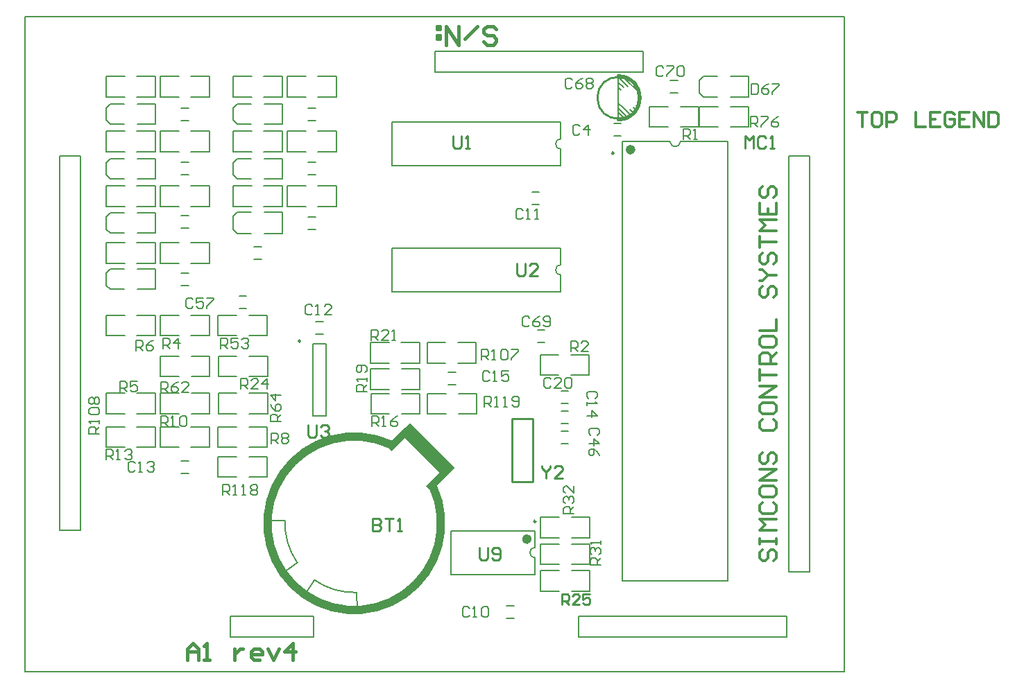
<source format=gto>
G04 Layer_Color=65535*
%FSLAX25Y25*%
%MOIN*%
G70*
G01*
G75*
%ADD19C,0.01800*%
%ADD20C,0.01600*%
%ADD22C,0.00800*%
%ADD23C,0.01200*%
%ADD24C,0.01400*%
%ADD38C,0.00787*%
%ADD39C,0.01500*%
%ADD40C,0.01000*%
%ADD41C,0.02362*%
%ADD42C,0.00984*%
%ADD43C,0.03937*%
G04:AMPARAMS|DCode=44|XSize=34.45mil|YSize=123.03mil|CornerRadius=0mil|HoleSize=0mil|Usage=FLASHONLY|Rotation=135.000|XOffset=0mil|YOffset=0mil|HoleType=Round|Shape=Rectangle|*
%AMROTATEDRECTD44*
4,1,4,0.05568,0.03132,-0.03132,-0.05568,-0.05568,-0.03132,0.03132,0.05568,0.05568,0.03132,0.0*
%
%ADD44ROTATEDRECTD44*%

G04:AMPARAMS|DCode=45|XSize=34.45mil|YSize=123.03mil|CornerRadius=0mil|HoleSize=0mil|Usage=FLASHONLY|Rotation=315.000|XOffset=0mil|YOffset=0mil|HoleType=Round|Shape=Rectangle|*
%AMROTATEDRECTD45*
4,1,4,-0.05568,-0.03132,0.03132,0.05568,0.05568,0.03132,-0.03132,-0.05568,-0.05568,-0.03132,0.0*
%
%ADD45ROTATEDRECTD45*%

G04:AMPARAMS|DCode=46|XSize=68.9mil|YSize=306.1mil|CornerRadius=0mil|HoleSize=0mil|Usage=FLASHONLY|Rotation=45.000|XOffset=0mil|YOffset=0mil|HoleType=Round|Shape=Rectangle|*
%AMROTATEDRECTD46*
4,1,4,0.08387,-0.13258,-0.13258,0.08387,-0.08387,0.13258,0.13258,-0.08387,0.08387,-0.13258,0.0*
%
%ADD46ROTATEDRECTD46*%

D19*
X220302Y303002D02*
X221801Y301503D01*
X224800D01*
X226300Y303002D01*
Y304502D01*
X224800Y306001D01*
X221801D01*
X220302Y307501D01*
Y309000D01*
X221801Y310500D01*
X224800D01*
X226300Y309000D01*
X217303Y310500D02*
X211305Y304502D01*
X208306Y310500D02*
Y301503D01*
X202308Y310500D01*
Y301503D01*
X199309Y304502D02*
X197809D01*
Y306001D01*
X199309D01*
Y304502D01*
Y309000D02*
X197809D01*
Y310500D01*
X199309D01*
Y309000D01*
D20*
X77799Y5799D02*
Y11131D01*
X80465Y13797D01*
X83131Y11131D01*
Y5799D01*
Y9798D01*
X77799D01*
X85797Y5799D02*
X88462D01*
X87129D01*
Y13797D01*
X85797Y12464D01*
X100459Y11131D02*
Y5799D01*
Y8465D01*
X101791Y9798D01*
X103124Y11131D01*
X104457D01*
X112455Y5799D02*
X109789D01*
X108456Y7132D01*
Y9798D01*
X109789Y11131D01*
X112455D01*
X113788Y9798D01*
Y8465D01*
X108456D01*
X116453Y11131D02*
X119119Y5799D01*
X121785Y11131D01*
X128449Y5799D02*
Y13797D01*
X124451Y9798D01*
X129782D01*
D22*
X247689Y48621D02*
X256547D01*
X262453D02*
X271311D01*
X247689Y38779D02*
X256547D01*
X262453D02*
X271311D01*
Y48621D01*
X247689Y38779D02*
Y48621D01*
X287900Y285500D02*
X294400Y279000D01*
X284900Y285500D02*
X287900D01*
X285150Y285750D02*
X289400Y281500D01*
X284900Y283500D02*
X287400Y281000D01*
X293650Y272250D02*
X293900Y272000D01*
X293215Y270185D02*
X293227D01*
X292150Y271250D02*
X293215Y270185D01*
X287400Y271000D02*
X290400Y268000D01*
X287400Y268500D02*
X288900Y267000D01*
X284900Y269000D02*
Y285500D01*
Y269000D02*
X287400Y266500D01*
X284900Y266000D02*
Y269000D01*
Y271000D02*
X287400Y268500D01*
X284900Y273500D02*
X287400Y271000D01*
X290400Y270490D02*
X292143Y268747D01*
X290400Y270490D02*
Y270500D01*
X284900Y281000D02*
X286150Y279750D01*
X231350Y25800D02*
X234850D01*
X231350Y31800D02*
X234850D01*
X282850Y257600D02*
X286350D01*
X282850Y263600D02*
X286350D01*
X109923Y204299D02*
X113423D01*
X109923Y198299D02*
X113423D01*
X243450Y230800D02*
X246950D01*
X243450Y224800D02*
X246950D01*
X139650Y168499D02*
X143150D01*
X139650Y162499D02*
X143150D01*
X74923Y95499D02*
X78423D01*
X74923Y101499D02*
X78423D01*
X257450Y119300D02*
X260950D01*
X257450Y125300D02*
X260950D01*
X203250Y144000D02*
X206750D01*
X203250Y138000D02*
X206750D01*
X257450Y128999D02*
X260950D01*
X257450Y134999D02*
X260950D01*
X257450Y115800D02*
X260950D01*
X257450Y109800D02*
X260950D01*
X102749Y180800D02*
X106249D01*
X102749Y174800D02*
X106249D01*
X246150Y164300D02*
X249650D01*
X246150Y158300D02*
X249650D01*
X310049Y284299D02*
X313549D01*
X310049Y278299D02*
X313549D01*
X74923Y219299D02*
X78423D01*
X74923Y213299D02*
X78423D01*
X74923Y265160D02*
X78423D01*
X74923Y271160D02*
X78423D01*
X135923D02*
X139423D01*
X135923Y265160D02*
X139423D01*
X135923Y212799D02*
X139423D01*
X135923Y218799D02*
X139423D01*
X74923Y244881D02*
X78423D01*
X74923Y238881D02*
X78423D01*
X74923Y185799D02*
X78423D01*
X74923Y191799D02*
X78423D01*
X135923Y244881D02*
X139423D01*
X135923Y238881D02*
X139423D01*
X101831Y263239D02*
X108524D01*
X99862Y265207D02*
X101831Y263239D01*
X99862Y265207D02*
Y271113D01*
X101831Y273081D01*
X108524D01*
X123484Y263239D02*
Y273081D01*
X114823Y263239D02*
X123484D01*
X114823Y273081D02*
X123484D01*
X247689Y74321D02*
X256547D01*
X262453D02*
X271311D01*
X247689Y64479D02*
X256547D01*
X262453D02*
X271311D01*
Y74321D01*
X247689Y64479D02*
Y74321D01*
Y51579D02*
Y61421D01*
X271311Y51579D02*
Y61421D01*
X262453Y51579D02*
X271311D01*
X247689D02*
X256547D01*
X262453Y61421D02*
X271311D01*
X247689D02*
X256547D01*
X107552Y141978D02*
X116410D01*
X92788D02*
X101646D01*
X107552Y151821D02*
X116410D01*
X92788D02*
X101646D01*
X92788Y141978D02*
Y151821D01*
X116410Y141978D02*
Y151821D01*
X247389Y142679D02*
Y152521D01*
X271011Y142679D02*
Y152521D01*
X262153Y142679D02*
X271011D01*
X247389D02*
X256247D01*
X262153Y152521D02*
X271011D01*
X247389D02*
X256247D01*
X314752Y261878D02*
X323610D01*
X299988D02*
X308846D01*
X314752Y271721D02*
X323610D01*
X299988D02*
X308846D01*
X299988Y261878D02*
Y271721D01*
X323610Y261878D02*
Y271721D01*
X64862Y161578D02*
Y171421D01*
X88484Y161578D02*
Y171421D01*
X79626Y161578D02*
X88484D01*
X64862D02*
X73721D01*
X79626Y171421D02*
X88484D01*
X64862D02*
X73721D01*
X64962Y151821D02*
X73821D01*
X79726D02*
X88584D01*
X64962Y141978D02*
X73821D01*
X79726D02*
X88584D01*
Y151821D01*
X64962Y141978D02*
Y151821D01*
X38862Y161578D02*
Y171421D01*
X62484Y161578D02*
Y171421D01*
X53626Y161578D02*
X62484D01*
X38862D02*
X47721D01*
X53626Y171421D02*
X62484D01*
X38862D02*
X47721D01*
X53626Y250099D02*
X62484D01*
X38862D02*
X47721D01*
X53626Y259942D02*
X62484D01*
X38862D02*
X47721D01*
X38862Y250099D02*
Y259942D01*
X62484Y250099D02*
Y259942D01*
X116310Y107878D02*
Y117720D01*
X92688Y107878D02*
Y117720D01*
X101547D01*
X107452D02*
X116310D01*
X92688Y107878D02*
X101547D01*
X107452D02*
X116310D01*
X79626Y276378D02*
X88484D01*
X64862D02*
X73721D01*
X79626Y286220D02*
X88484D01*
X64862D02*
X73721D01*
X64862Y276378D02*
Y286220D01*
X88484Y276378D02*
Y286220D01*
Y107878D02*
Y117720D01*
X64862Y107878D02*
Y117720D01*
X73721D01*
X79626D02*
X88484D01*
X64862Y107878D02*
X73721D01*
X79626D02*
X88484D01*
X140626Y276378D02*
X149484D01*
X125862D02*
X134721D01*
X140626Y286220D02*
X149484D01*
X125862D02*
X134721D01*
X125862Y276378D02*
Y286220D01*
X149484Y276378D02*
Y286220D01*
X88484Y223820D02*
Y233663D01*
X64862Y223820D02*
Y233663D01*
X73721D01*
X79626D02*
X88484D01*
X64862Y223820D02*
X73721D01*
X79626D02*
X88484D01*
X53626Y107878D02*
X62484D01*
X38862D02*
X47721D01*
X53626Y117720D02*
X62484D01*
X38862D02*
X47721D01*
X38862Y107878D02*
Y117720D01*
X62484Y107878D02*
Y117720D01*
Y223820D02*
Y233663D01*
X38862Y223820D02*
Y233663D01*
X47721D01*
X53626D02*
X62484D01*
X38862Y223820D02*
X47721D01*
X53626D02*
X62484D01*
X140626Y250099D02*
X149484D01*
X125862D02*
X134721D01*
X140626Y259942D02*
X149484D01*
X125862D02*
X134721D01*
X125862Y250099D02*
Y259942D01*
X149484Y250099D02*
Y259942D01*
X189711Y123879D02*
Y133721D01*
X166089Y123879D02*
Y133721D01*
X174947D01*
X180853D02*
X189711D01*
X166089Y123879D02*
X174947D01*
X180853D02*
X189711D01*
X140626Y223820D02*
X149484D01*
X125862D02*
X134721D01*
X140626Y233663D02*
X149484D01*
X125862D02*
X134721D01*
X125862Y223820D02*
Y233663D01*
X149484Y223820D02*
Y233663D01*
X88484Y250099D02*
Y259942D01*
X64862Y250099D02*
Y259942D01*
X73721D01*
X79626D02*
X88484D01*
X64862Y250099D02*
X73721D01*
X79626D02*
X88484D01*
X165989Y145571D02*
X174847D01*
X180753D02*
X189611D01*
X165989Y135729D02*
X174847D01*
X180753D02*
X189611D01*
Y145571D01*
X165989Y135729D02*
Y145571D01*
X123484Y250099D02*
Y259942D01*
X99862Y250099D02*
Y259942D01*
X108721D01*
X114626D02*
X123484D01*
X99862Y250099D02*
X108721D01*
X114626D02*
X123484D01*
X180653Y148479D02*
X189511D01*
X165889D02*
X174747D01*
X180653Y158321D02*
X189511D01*
X165889D02*
X174747D01*
X165889Y148479D02*
Y158321D01*
X189511Y148479D02*
Y158321D01*
X88484Y196378D02*
Y206221D01*
X64862Y196378D02*
Y206221D01*
X73721D01*
X79626D02*
X88484D01*
X64862Y196378D02*
X73721D01*
X79626D02*
X88484D01*
X114626Y223820D02*
X123484D01*
X99862D02*
X108721D01*
X114626Y233663D02*
X123484D01*
X99862D02*
X108721D01*
X99862Y223820D02*
Y233663D01*
X123484Y223820D02*
Y233663D01*
X116310Y161578D02*
Y171421D01*
X92688Y161578D02*
Y171421D01*
X101547D01*
X107452D02*
X116310D01*
X92688Y161578D02*
X101547D01*
X107452D02*
X116310D01*
X79726Y124078D02*
X88584D01*
X64962D02*
X73821D01*
X79726Y133921D02*
X88584D01*
X64962D02*
X73821D01*
X64962Y124078D02*
Y133921D01*
X88584Y124078D02*
Y133921D01*
X116410Y124078D02*
Y133921D01*
X92788Y124078D02*
Y133921D01*
X101646D01*
X107552D02*
X116410D01*
X92788Y124078D02*
X101646D01*
X107552D02*
X116410D01*
X338752Y261878D02*
X347610D01*
X323988D02*
X332846D01*
X338752Y271721D02*
X347610D01*
X323988D02*
X332846D01*
X323988Y261878D02*
Y271721D01*
X347610Y261878D02*
Y271721D01*
X193089Y148479D02*
Y158321D01*
X216711Y148479D02*
Y158321D01*
X207853Y148479D02*
X216711D01*
X193089D02*
X201947D01*
X207853Y158321D02*
X216711D01*
X193089D02*
X201947D01*
X53626Y124078D02*
X62484D01*
X38862D02*
X47721D01*
X53626Y133921D02*
X62484D01*
X38862D02*
X47721D01*
X38862Y124078D02*
Y133921D01*
X62484Y124078D02*
Y133921D01*
X92688Y93578D02*
Y103420D01*
X116310Y93578D02*
Y103420D01*
X107452Y93578D02*
X116310D01*
X92688D02*
X101547D01*
X107452Y103420D02*
X116310D01*
X92688D02*
X101547D01*
X208053Y123879D02*
X216911D01*
X193289D02*
X202147D01*
X208053Y133721D02*
X216911D01*
X193289D02*
X202147D01*
X193289Y123879D02*
Y133721D01*
X216911Y123879D02*
Y133721D01*
X38862Y196378D02*
Y206221D01*
X62484Y196378D02*
Y206221D01*
X53626Y196378D02*
X62484D01*
X38862D02*
X47721D01*
X53626Y206221D02*
X62484D01*
X38862D02*
X47721D01*
X38862Y286221D02*
X47721D01*
X53626D02*
X62484D01*
X38862Y276378D02*
X47721D01*
X53626D02*
X62484D01*
Y286221D01*
X38862Y276378D02*
Y286221D01*
X99862Y276378D02*
Y286221D01*
X123484Y276378D02*
Y286221D01*
X114626Y276378D02*
X123484D01*
X99862D02*
X108721D01*
X114626Y286221D02*
X123484D01*
X99862D02*
X108721D01*
X0Y0D02*
Y314961D01*
X393701D01*
Y0D02*
Y314961D01*
X0Y0D02*
X393701D01*
X338949Y286220D02*
X347610D01*
X338949Y276378D02*
X347610D01*
Y286220D01*
X325957D02*
X332650D01*
X323988Y284252D02*
X325957Y286220D01*
X323988Y278346D02*
Y284252D01*
Y278346D02*
X325957Y276378D01*
X332650D01*
X40831Y236960D02*
X47524D01*
X38862Y238928D02*
X40831Y236960D01*
X38862Y238928D02*
Y244834D01*
X40831Y246802D01*
X47524D01*
X62484Y236960D02*
Y246802D01*
X53823Y236960D02*
X62484D01*
X53823Y246802D02*
X62484D01*
X53823Y220720D02*
X62484D01*
X53823Y210878D02*
X62484D01*
Y220720D01*
X40831D02*
X47524D01*
X38862Y218752D02*
X40831Y220720D01*
X38862Y212846D02*
Y218752D01*
Y212846D02*
X40831Y210878D01*
X47524D01*
X101831Y236960D02*
X108524D01*
X99862Y238928D02*
X101831Y236960D01*
X99862Y238928D02*
Y244834D01*
X101831Y246802D01*
X108524D01*
X123484Y236960D02*
Y246802D01*
X114823Y236960D02*
X123484D01*
X114823Y246802D02*
X123484D01*
X53823Y193720D02*
X62484D01*
X53823Y183878D02*
X62484D01*
Y193720D01*
X40831D02*
X47524D01*
X38862Y191752D02*
X40831Y193720D01*
X38862Y185846D02*
Y191752D01*
Y185846D02*
X40831Y183878D01*
X47524D01*
X40831Y263239D02*
X47524D01*
X38862Y265207D02*
X40831Y263239D01*
X38862Y265207D02*
Y271113D01*
X40831Y273081D01*
X47524D01*
X62484Y263239D02*
Y273081D01*
X53823Y263239D02*
X62484D01*
X53823Y273081D02*
X62484D01*
X101831Y210681D02*
X108524D01*
X99862Y212650D02*
X101831Y210681D01*
X99862Y212650D02*
Y218949D01*
X101831Y220917D01*
X108524D01*
X123484Y210681D02*
Y220917D01*
X114823Y210681D02*
X123484D01*
X114823Y220917D02*
X123484D01*
X220600Y127400D02*
Y132398D01*
X223099D01*
X223932Y131565D01*
Y129899D01*
X223099Y129066D01*
X220600D01*
X222266D02*
X223932Y127400D01*
X225598D02*
X227264D01*
X226431D01*
Y132398D01*
X225598Y131565D01*
X229764Y127400D02*
X231430D01*
X230597D01*
Y132398D01*
X229764Y131565D01*
X233929Y128233D02*
X234762Y127400D01*
X236428D01*
X237261Y128233D01*
Y131565D01*
X236428Y132398D01*
X234762D01*
X233929Y131565D01*
Y130732D01*
X234762Y129899D01*
X237261D01*
X94900Y84900D02*
Y89898D01*
X97399D01*
X98232Y89065D01*
Y87399D01*
X97399Y86566D01*
X94900D01*
X96566D02*
X98232Y84900D01*
X99898D02*
X101565D01*
X100731D01*
Y89898D01*
X99898Y89065D01*
X104064Y84900D02*
X105730D01*
X104897D01*
Y89898D01*
X104064Y89065D01*
X108229D02*
X109062Y89898D01*
X110728D01*
X111561Y89065D01*
Y88232D01*
X110728Y87399D01*
X111561Y86566D01*
Y85733D01*
X110728Y84900D01*
X109062D01*
X108229Y85733D01*
Y86566D01*
X109062Y87399D01*
X108229Y88232D01*
Y89065D01*
X109062Y87399D02*
X110728D01*
X35600Y114500D02*
X30602D01*
Y116999D01*
X31435Y117832D01*
X33101D01*
X33934Y116999D01*
Y114500D01*
Y116166D02*
X35600Y117832D01*
Y119498D02*
Y121165D01*
Y120331D01*
X30602D01*
X31435Y119498D01*
Y123664D02*
X30602Y124497D01*
Y126163D01*
X31435Y126996D01*
X34767D01*
X35600Y126163D01*
Y124497D01*
X34767Y123664D01*
X31435D01*
Y128662D02*
X30602Y129495D01*
Y131161D01*
X31435Y131994D01*
X32268D01*
X33101Y131161D01*
X33934Y131994D01*
X34767D01*
X35600Y131161D01*
Y129495D01*
X34767Y128662D01*
X33934D01*
X33101Y129495D01*
X32268Y128662D01*
X31435D01*
X33101Y129495D02*
Y131161D01*
X219300Y150000D02*
Y154998D01*
X221799D01*
X222632Y154165D01*
Y152499D01*
X221799Y151666D01*
X219300D01*
X220966D02*
X222632Y150000D01*
X224298D02*
X225964D01*
X225131D01*
Y154998D01*
X224298Y154165D01*
X228464D02*
X229297Y154998D01*
X230963D01*
X231796Y154165D01*
Y150833D01*
X230963Y150000D01*
X229297D01*
X228464Y150833D01*
Y154165D01*
X233462Y154998D02*
X236794D01*
Y154165D01*
X233462Y150833D01*
Y150000D01*
X348600Y261900D02*
Y266898D01*
X351099D01*
X351932Y266065D01*
Y264399D01*
X351099Y263566D01*
X348600D01*
X350266D02*
X351932Y261900D01*
X353598Y266898D02*
X356931D01*
Y266065D01*
X353598Y262733D01*
Y261900D01*
X361929Y266898D02*
X360263Y266065D01*
X358597Y264399D01*
Y262733D01*
X359430Y261900D01*
X361096D01*
X361929Y262733D01*
Y263566D01*
X361096Y264399D01*
X358597D01*
X122800Y120500D02*
X117802D01*
Y122999D01*
X118635Y123832D01*
X120301D01*
X121134Y122999D01*
Y120500D01*
Y122166D02*
X122800Y123832D01*
X117802Y128831D02*
X118635Y127164D01*
X120301Y125498D01*
X121967D01*
X122800Y126331D01*
Y127998D01*
X121967Y128831D01*
X121134D01*
X120301Y127998D01*
Y125498D01*
X122800Y132996D02*
X117802D01*
X120301Y130497D01*
Y133829D01*
X65100Y134400D02*
Y139398D01*
X67599D01*
X68432Y138565D01*
Y136899D01*
X67599Y136066D01*
X65100D01*
X66766D02*
X68432Y134400D01*
X73431Y139398D02*
X71764Y138565D01*
X70098Y136899D01*
Y135233D01*
X70931Y134400D01*
X72598D01*
X73431Y135233D01*
Y136066D01*
X72598Y136899D01*
X70098D01*
X78429Y134400D02*
X75097D01*
X78429Y137732D01*
Y138565D01*
X77596Y139398D01*
X75930D01*
X75097Y138565D01*
X93999Y155499D02*
Y160498D01*
X96498D01*
X97332Y159664D01*
Y157998D01*
X96498Y157165D01*
X93999D01*
X95665D02*
X97332Y155499D01*
X102330Y160498D02*
X98998D01*
Y157998D01*
X100664Y158832D01*
X101497D01*
X102330Y157998D01*
Y156332D01*
X101497Y155499D01*
X99831D01*
X98998Y156332D01*
X103996Y159664D02*
X104829Y160498D01*
X106495D01*
X107328Y159664D01*
Y158832D01*
X106495Y157998D01*
X105662D01*
X106495D01*
X107328Y157165D01*
Y156332D01*
X106495Y155499D01*
X104829D01*
X103996Y156332D01*
X166300Y159400D02*
Y164398D01*
X168799D01*
X169632Y163565D01*
Y161899D01*
X168799Y161066D01*
X166300D01*
X167966D02*
X169632Y159400D01*
X174631D02*
X171298D01*
X174631Y162732D01*
Y163565D01*
X173798Y164398D01*
X172131D01*
X171298Y163565D01*
X176297Y159400D02*
X177963D01*
X177130D01*
Y164398D01*
X176297Y163565D01*
X164100Y134800D02*
X159102D01*
Y137299D01*
X159935Y138132D01*
X161601D01*
X162434Y137299D01*
Y134800D01*
Y136466D02*
X164100Y138132D01*
Y139798D02*
Y141464D01*
Y140631D01*
X159102D01*
X159935Y139798D01*
X163267Y143964D02*
X164100Y144797D01*
Y146463D01*
X163267Y147296D01*
X159935D01*
X159102Y146463D01*
Y144797D01*
X159935Y143964D01*
X160768D01*
X161601Y144797D01*
Y147296D01*
X166500Y117900D02*
Y122898D01*
X168999D01*
X169832Y122065D01*
Y120399D01*
X168999Y119566D01*
X166500D01*
X168166D02*
X169832Y117900D01*
X171498D02*
X173164D01*
X172331D01*
Y122898D01*
X171498Y122065D01*
X178996Y122898D02*
X177330Y122065D01*
X175664Y120399D01*
Y118733D01*
X176497Y117900D01*
X178163D01*
X178996Y118733D01*
Y119566D01*
X178163Y120399D01*
X175664D01*
X38800Y101900D02*
Y106898D01*
X41299D01*
X42132Y106065D01*
Y104399D01*
X41299Y103566D01*
X38800D01*
X40466D02*
X42132Y101900D01*
X43798D02*
X45465D01*
X44631D01*
Y106898D01*
X43798Y106065D01*
X47964D02*
X48797Y106898D01*
X50463D01*
X51296Y106065D01*
Y105232D01*
X50463Y104399D01*
X49630D01*
X50463D01*
X51296Y103566D01*
Y102733D01*
X50463Y101900D01*
X48797D01*
X47964Y102733D01*
X65100Y117900D02*
Y122898D01*
X67599D01*
X68432Y122065D01*
Y120399D01*
X67599Y119566D01*
X65100D01*
X66766D02*
X68432Y117900D01*
X70098D02*
X71764D01*
X70931D01*
Y122898D01*
X70098Y122065D01*
X74264D02*
X75097Y122898D01*
X76763D01*
X77596Y122065D01*
Y118733D01*
X76763Y117900D01*
X75097D01*
X74264Y118733D01*
Y122065D01*
X118200Y109800D02*
Y114798D01*
X120699D01*
X121532Y113965D01*
Y112299D01*
X120699Y111466D01*
X118200D01*
X119866D02*
X121532Y109800D01*
X123198Y113965D02*
X124031Y114798D01*
X125698D01*
X126531Y113965D01*
Y113132D01*
X125698Y112299D01*
X126531Y111466D01*
Y110633D01*
X125698Y109800D01*
X124031D01*
X123198Y110633D01*
Y111466D01*
X124031Y112299D01*
X123198Y113132D01*
Y113965D01*
X124031Y112299D02*
X125698D01*
X53200Y154500D02*
Y159498D01*
X55699D01*
X56532Y158665D01*
Y156999D01*
X55699Y156166D01*
X53200D01*
X54866D02*
X56532Y154500D01*
X61531Y159498D02*
X59864Y158665D01*
X58198Y156999D01*
Y155333D01*
X59031Y154500D01*
X60698D01*
X61531Y155333D01*
Y156166D01*
X60698Y156999D01*
X58198D01*
X45500Y134700D02*
Y139698D01*
X47999D01*
X48832Y138865D01*
Y137199D01*
X47999Y136366D01*
X45500D01*
X47166D02*
X48832Y134700D01*
X53831Y139698D02*
X50498D01*
Y137199D01*
X52165Y138032D01*
X52998D01*
X53831Y137199D01*
Y135533D01*
X52998Y134700D01*
X51331D01*
X50498Y135533D01*
X66173Y155499D02*
Y160498D01*
X68672D01*
X69506Y159664D01*
Y157998D01*
X68672Y157165D01*
X66173D01*
X67839D02*
X69506Y155499D01*
X73671D02*
Y160498D01*
X71172Y157998D01*
X74504D01*
X316200Y256100D02*
Y261098D01*
X318699D01*
X319532Y260265D01*
Y258599D01*
X318699Y257766D01*
X316200D01*
X317866D02*
X319532Y256100D01*
X321198D02*
X322865D01*
X322031D01*
Y261098D01*
X321198Y260265D01*
X349000Y282798D02*
Y277800D01*
X351499D01*
X352332Y278633D01*
Y281965D01*
X351499Y282798D01*
X349000D01*
X357331D02*
X355664Y281965D01*
X353998Y280299D01*
Y278633D01*
X354831Y277800D01*
X356498D01*
X357331Y278633D01*
Y279466D01*
X356498Y280299D01*
X353998D01*
X358997Y282798D02*
X362329D01*
Y281965D01*
X358997Y278633D01*
Y277800D01*
X306631Y290464D02*
X305798Y291298D01*
X304132D01*
X303299Y290464D01*
Y287132D01*
X304132Y286299D01*
X305798D01*
X306631Y287132D01*
X308298Y291298D02*
X311630D01*
Y290464D01*
X308298Y287132D01*
Y286299D01*
X313296Y290464D02*
X314129Y291298D01*
X315795D01*
X316628Y290464D01*
Y287132D01*
X315795Y286299D01*
X314129D01*
X313296Y287132D01*
Y290464D01*
X242332Y170065D02*
X241499Y170898D01*
X239833D01*
X239000Y170065D01*
Y166733D01*
X239833Y165900D01*
X241499D01*
X242332Y166733D01*
X247331Y170898D02*
X245665Y170065D01*
X243998Y168399D01*
Y166733D01*
X244831Y165900D01*
X246498D01*
X247331Y166733D01*
Y167566D01*
X246498Y168399D01*
X243998D01*
X248997Y166733D02*
X249830Y165900D01*
X251496D01*
X252329Y166733D01*
Y170065D01*
X251496Y170898D01*
X249830D01*
X248997Y170065D01*
Y169232D01*
X249830Y168399D01*
X252329D01*
X262832Y284565D02*
X261999Y285398D01*
X260333D01*
X259500Y284565D01*
Y281233D01*
X260333Y280400D01*
X261999D01*
X262832Y281233D01*
X267831Y285398D02*
X266164Y284565D01*
X264498Y282899D01*
Y281233D01*
X265331Y280400D01*
X266998D01*
X267831Y281233D01*
Y282066D01*
X266998Y282899D01*
X264498D01*
X269497Y284565D02*
X270330Y285398D01*
X271996D01*
X272829Y284565D01*
Y283732D01*
X271996Y282899D01*
X272829Y282066D01*
Y281233D01*
X271996Y280400D01*
X270330D01*
X269497Y281233D01*
Y282066D01*
X270330Y282899D01*
X269497Y283732D01*
Y284565D01*
X270330Y282899D02*
X271996D01*
X80632Y178965D02*
X79799Y179798D01*
X78133D01*
X77300Y178965D01*
Y175633D01*
X78133Y174800D01*
X79799D01*
X80632Y175633D01*
X85631Y179798D02*
X82298D01*
Y177299D01*
X83965Y178132D01*
X84798D01*
X85631Y177299D01*
Y175633D01*
X84798Y174800D01*
X83131D01*
X82298Y175633D01*
X87297Y179798D02*
X90629D01*
Y178965D01*
X87297Y175633D01*
Y174800D01*
X274965Y113868D02*
X275798Y114701D01*
Y116367D01*
X274965Y117200D01*
X271633D01*
X270800Y116367D01*
Y114701D01*
X271633Y113868D01*
X270800Y109702D02*
X275798D01*
X273299Y112202D01*
Y108869D01*
X275798Y103871D02*
X274965Y105537D01*
X273299Y107203D01*
X271633D01*
X270800Y106370D01*
Y104704D01*
X271633Y103871D01*
X272466D01*
X273299Y104704D01*
Y107203D01*
X252632Y140665D02*
X251799Y141498D01*
X250133D01*
X249300Y140665D01*
Y137333D01*
X250133Y136500D01*
X251799D01*
X252632Y137333D01*
X257631Y136500D02*
X254298D01*
X257631Y139832D01*
Y140665D01*
X256798Y141498D01*
X255131D01*
X254298Y140665D01*
X259297D02*
X260130Y141498D01*
X261796D01*
X262629Y140665D01*
Y137333D01*
X261796Y136500D01*
X260130D01*
X259297Y137333D01*
Y140665D01*
X223132Y143765D02*
X222299Y144598D01*
X220633D01*
X219800Y143765D01*
Y140433D01*
X220633Y139600D01*
X222299D01*
X223132Y140433D01*
X224798Y139600D02*
X226465D01*
X225631D01*
Y144598D01*
X224798Y143765D01*
X232296Y144598D02*
X228964D01*
Y142099D01*
X230630Y142932D01*
X231463D01*
X232296Y142099D01*
Y140433D01*
X231463Y139600D01*
X229797D01*
X228964Y140433D01*
X273965Y131468D02*
X274798Y132301D01*
Y133967D01*
X273965Y134800D01*
X270633D01*
X269800Y133967D01*
Y132301D01*
X270633Y131468D01*
X269800Y129802D02*
Y128136D01*
Y128969D01*
X274798D01*
X273965Y129802D01*
X269800Y123137D02*
X274798D01*
X272299Y125636D01*
Y122304D01*
X52832Y100265D02*
X51999Y101098D01*
X50333D01*
X49500Y100265D01*
Y96933D01*
X50333Y96100D01*
X51999D01*
X52832Y96933D01*
X54498Y96100D02*
X56164D01*
X55331D01*
Y101098D01*
X54498Y100265D01*
X58664D02*
X59497Y101098D01*
X61163D01*
X61996Y100265D01*
Y99432D01*
X61163Y98599D01*
X60330D01*
X61163D01*
X61996Y97766D01*
Y96933D01*
X61163Y96100D01*
X59497D01*
X58664Y96933D01*
X138032Y175865D02*
X137199Y176698D01*
X135533D01*
X134700Y175865D01*
Y172533D01*
X135533Y171700D01*
X137199D01*
X138032Y172533D01*
X139698Y171700D02*
X141365D01*
X140531D01*
Y176698D01*
X139698Y175865D01*
X147196Y171700D02*
X143864D01*
X147196Y175032D01*
Y175865D01*
X146363Y176698D01*
X144697D01*
X143864Y175865D01*
X239132Y221765D02*
X238299Y222598D01*
X236633D01*
X235800Y221765D01*
Y218433D01*
X236633Y217600D01*
X238299D01*
X239132Y218433D01*
X240798Y217600D02*
X242464D01*
X241631D01*
Y222598D01*
X240798Y221765D01*
X244964Y217600D02*
X246630D01*
X245797D01*
Y222598D01*
X244964Y221765D01*
X266432Y262265D02*
X265599Y263098D01*
X263933D01*
X263100Y262265D01*
Y258933D01*
X263933Y258100D01*
X265599D01*
X266432Y258933D01*
X270598Y258100D02*
Y263098D01*
X268098Y260599D01*
X271431D01*
X262200Y154000D02*
Y158998D01*
X264699D01*
X265532Y158165D01*
Y156499D01*
X264699Y155666D01*
X262200D01*
X263866D02*
X265532Y154000D01*
X270531D02*
X267198D01*
X270531Y157332D01*
Y158165D01*
X269698Y158998D01*
X268031D01*
X267198Y158165D01*
X103599Y135899D02*
Y140898D01*
X106098D01*
X106931Y140065D01*
Y138398D01*
X106098Y137565D01*
X103599D01*
X105265D02*
X106931Y135899D01*
X111930D02*
X108598D01*
X111930Y139232D01*
Y140065D01*
X111097Y140898D01*
X109431D01*
X108598Y140065D01*
X116095Y135899D02*
Y140898D01*
X113596Y138398D01*
X116928D01*
X213432Y30465D02*
X212599Y31298D01*
X210933D01*
X210100Y30465D01*
Y27133D01*
X210933Y26300D01*
X212599D01*
X213432Y27133D01*
X215098Y26300D02*
X216764D01*
X215931D01*
Y31298D01*
X215098Y30465D01*
X219264D02*
X220097Y31298D01*
X221763D01*
X222596Y30465D01*
Y27133D01*
X221763Y26300D01*
X220097D01*
X219264Y27133D01*
Y30465D01*
X276400Y51300D02*
X271402D01*
Y53799D01*
X272235Y54632D01*
X273901D01*
X274734Y53799D01*
Y51300D01*
Y52966D02*
X276400Y54632D01*
X272235Y56298D02*
X271402Y57131D01*
Y58798D01*
X272235Y59631D01*
X273068D01*
X273901Y58798D01*
Y57964D01*
Y58798D01*
X274734Y59631D01*
X275567D01*
X276400Y58798D01*
Y57131D01*
X275567Y56298D01*
X276400Y61297D02*
Y62963D01*
Y62130D01*
X271402D01*
X272235Y61297D01*
X263700Y76000D02*
X258702D01*
Y78499D01*
X259535Y79332D01*
X261201D01*
X262034Y78499D01*
Y76000D01*
Y77666D02*
X263700Y79332D01*
X259535Y80998D02*
X258702Y81831D01*
Y83498D01*
X259535Y84331D01*
X260368D01*
X261201Y83498D01*
Y82665D01*
Y83498D01*
X262034Y84331D01*
X262867D01*
X263700Y83498D01*
Y81831D01*
X262867Y80998D01*
X263700Y89329D02*
Y85997D01*
X260368Y89329D01*
X259535D01*
X258702Y88496D01*
Y86830D01*
X259535Y85997D01*
D23*
X399834Y269099D02*
X404499D01*
X402166D01*
Y262102D01*
X410330Y269099D02*
X407998D01*
X406832Y267933D01*
Y263268D01*
X407998Y262102D01*
X410330D01*
X411497Y263268D01*
Y267933D01*
X410330Y269099D01*
X413829Y262102D02*
Y269099D01*
X417328D01*
X418495Y267933D01*
Y265600D01*
X417328Y264434D01*
X413829D01*
X427825Y269099D02*
Y262102D01*
X432490D01*
X439488Y269099D02*
X434823D01*
Y262102D01*
X439488D01*
X434823Y265600D02*
X437155D01*
X446486Y267933D02*
X445319Y269099D01*
X442987D01*
X441820Y267933D01*
Y263268D01*
X442987Y262102D01*
X445319D01*
X446486Y263268D01*
Y265600D01*
X444153D01*
X453483Y269099D02*
X448818D01*
Y262102D01*
X453483D01*
X448818Y265600D02*
X451151D01*
X455816Y262102D02*
Y269099D01*
X460481Y262102D01*
Y269099D01*
X462814D02*
Y262102D01*
X466312D01*
X467479Y263268D01*
Y267933D01*
X466312Y269099D01*
X462814D01*
D24*
X354135Y58631D02*
X352802Y57298D01*
Y54632D01*
X354135Y53299D01*
X355468D01*
X356801Y54632D01*
Y57298D01*
X358133Y58631D01*
X359466D01*
X360799Y57298D01*
Y54632D01*
X359466Y53299D01*
X352802Y61297D02*
Y63962D01*
Y62629D01*
X360799D01*
Y61297D01*
Y63962D01*
Y67961D02*
X352802D01*
X355468Y70627D01*
X352802Y73293D01*
X360799D01*
X354135Y81290D02*
X352802Y79957D01*
Y77291D01*
X354135Y75959D01*
X359466D01*
X360799Y77291D01*
Y79957D01*
X359466Y81290D01*
X352802Y87955D02*
Y85289D01*
X354135Y83956D01*
X359466D01*
X360799Y85289D01*
Y87955D01*
X359466Y89288D01*
X354135D01*
X352802Y87955D01*
X360799Y91953D02*
X352802D01*
X360799Y97285D01*
X352802D01*
X354135Y105282D02*
X352802Y103949D01*
Y101284D01*
X354135Y99951D01*
X355468D01*
X356801Y101284D01*
Y103949D01*
X358133Y105282D01*
X359466D01*
X360799Y103949D01*
Y101284D01*
X359466Y99951D01*
X354135Y121277D02*
X352802Y119944D01*
Y117279D01*
X354135Y115946D01*
X359466D01*
X360799Y117279D01*
Y119944D01*
X359466Y121277D01*
X352802Y127942D02*
Y125276D01*
X354135Y123943D01*
X359466D01*
X360799Y125276D01*
Y127942D01*
X359466Y129275D01*
X354135D01*
X352802Y127942D01*
X360799Y131940D02*
X352802D01*
X360799Y137272D01*
X352802D01*
Y139938D02*
Y145269D01*
Y142604D01*
X360799D01*
Y147935D02*
X352802D01*
Y151934D01*
X354135Y153267D01*
X356801D01*
X358133Y151934D01*
Y147935D01*
Y150601D02*
X360799Y153267D01*
X352802Y159931D02*
Y157265D01*
X354135Y155933D01*
X359466D01*
X360799Y157265D01*
Y159931D01*
X359466Y161264D01*
X354135D01*
X352802Y159931D01*
Y163930D02*
X360799D01*
Y169262D01*
X354135Y185257D02*
X352802Y183924D01*
Y181258D01*
X354135Y179925D01*
X355468D01*
X356801Y181258D01*
Y183924D01*
X358133Y185257D01*
X359466D01*
X360799Y183924D01*
Y181258D01*
X359466Y179925D01*
X352802Y187922D02*
X354135D01*
X356801Y190588D01*
X354135Y193254D01*
X352802D01*
X356801Y190588D02*
X360799D01*
X354135Y201251D02*
X352802Y199918D01*
Y197253D01*
X354135Y195920D01*
X355468D01*
X356801Y197253D01*
Y199918D01*
X358133Y201251D01*
X359466D01*
X360799Y199918D01*
Y197253D01*
X359466Y195920D01*
X352802Y203917D02*
Y209249D01*
Y206583D01*
X360799D01*
Y211914D02*
X352802D01*
X355468Y214580D01*
X352802Y217246D01*
X360799D01*
X352802Y225243D02*
Y219912D01*
X360799D01*
Y225243D01*
X356801Y219912D02*
Y222578D01*
X354135Y233241D02*
X352802Y231908D01*
Y229242D01*
X354135Y227909D01*
X355468D01*
X356801Y229242D01*
Y231908D01*
X358133Y233241D01*
X359466D01*
X360799Y231908D01*
Y229242D01*
X359466Y227909D01*
D38*
X257350Y195799D02*
G03*
X257350Y190799I0J-2500D01*
G01*
Y256299D02*
G03*
X257350Y251299I0J-2500D01*
G01*
X309799Y255008D02*
G03*
X314799Y255008I2500J0D01*
G01*
X139087Y44060D02*
G03*
X159311Y38121I19013J27340D01*
G01*
X124821Y72611D02*
G03*
X130760Y52387I33279J-1211D01*
G01*
X244976Y59800D02*
G03*
X244976Y54800I0J-2500D01*
G01*
X138465Y16654D02*
Y26654D01*
X98465Y16654D02*
X138465D01*
X98465Y26654D02*
X138465D01*
X98465Y16654D02*
Y26654D01*
X367047Y47913D02*
X377047D01*
X367047D02*
Y247913D01*
X377047D01*
Y240413D02*
Y247913D01*
Y47913D02*
Y240413D01*
X204390Y298307D02*
X296890D01*
X196890D02*
X204390D01*
X196890Y288307D02*
Y298307D01*
Y288307D02*
X296890D01*
Y298307D01*
X273524Y26654D02*
X366024D01*
X266024D02*
X273524D01*
X266024Y16654D02*
Y26654D01*
Y16654D02*
X366024D01*
Y26654D01*
X26654Y240413D02*
Y247913D01*
X16654D02*
X26654D01*
X16654Y67913D02*
Y247913D01*
Y67913D02*
X26654D01*
Y240413D01*
X176248Y182866D02*
X257350D01*
X176248Y203732D02*
X257350D01*
X176248Y182866D02*
Y203732D01*
X257350Y182866D02*
Y190799D01*
Y195799D02*
Y203732D01*
Y256299D02*
Y264232D01*
Y243366D02*
Y251299D01*
X176248Y243366D02*
Y264232D01*
X257350D01*
X176248Y243366D02*
X257350D01*
X286906Y43591D02*
X337693D01*
X314799Y255008D02*
X337693D01*
X286906D02*
X309799D01*
X337693Y43591D02*
Y255008D01*
X286906Y43591D02*
Y255008D01*
X138250Y123177D02*
Y157823D01*
X144550Y123177D02*
Y157823D01*
X138250D02*
X144550D01*
X138250Y123177D02*
X144550D01*
X176543Y111001D02*
X182320Y116777D01*
X197631Y89774D02*
X203477Y95620D01*
X134506Y37506D02*
X139031Y43979D01*
X159312Y38121D02*
X159561Y30407D01*
X117107Y72861D02*
X124821Y72612D01*
X124206Y47807D02*
X130679Y52330D01*
X204424Y46867D02*
Y67733D01*
X244976Y46867D02*
Y54800D01*
Y59800D02*
Y67733D01*
X204424Y46867D02*
X244976D01*
X204424Y67733D02*
X244976D01*
D39*
X284900Y265500D02*
G03*
X284900Y286500I0J10500D01*
G01*
D40*
X294900Y276000D02*
G03*
X294900Y276000I-10000J0D01*
G01*
X233900Y91300D02*
X243900D01*
Y121800D01*
X233900D02*
X243900D01*
X233900Y91300D02*
Y121800D01*
X258000Y32300D02*
Y37298D01*
X260499D01*
X261332Y36465D01*
Y34799D01*
X260499Y33966D01*
X258000D01*
X259666D02*
X261332Y32300D01*
X266331D02*
X262998D01*
X266331Y35632D01*
Y36465D01*
X265498Y37298D01*
X263831D01*
X262998Y36465D01*
X271329Y37298D02*
X267997D01*
Y34799D01*
X269663Y35632D01*
X270496D01*
X271329Y34799D01*
Y33133D01*
X270496Y32300D01*
X268830D01*
X267997Y33133D01*
X236100Y196298D02*
Y191300D01*
X237100Y190300D01*
X239099D01*
X240099Y191300D01*
Y196298D01*
X246097Y190300D02*
X242098D01*
X246097Y194299D01*
Y195298D01*
X245097Y196298D01*
X243098D01*
X242098Y195298D01*
X205599Y257797D02*
Y252799D01*
X206599Y251799D01*
X208598D01*
X209598Y252799D01*
Y257797D01*
X211597Y251799D02*
X213597D01*
X212597D01*
Y257797D01*
X211597Y256798D01*
X218300Y59798D02*
Y54800D01*
X219300Y53800D01*
X221299D01*
X222299Y54800D01*
Y59798D01*
X224298Y54800D02*
X225298Y53800D01*
X227297D01*
X228297Y54800D01*
Y58798D01*
X227297Y59798D01*
X225298D01*
X224298Y58798D01*
Y57799D01*
X225298Y56799D01*
X228297D01*
X135800Y118598D02*
Y113600D01*
X136800Y112600D01*
X138799D01*
X139799Y113600D01*
Y118598D01*
X141798Y117598D02*
X142798Y118598D01*
X144797D01*
X145797Y117598D01*
Y116599D01*
X144797Y115599D01*
X143797D01*
X144797D01*
X145797Y114599D01*
Y113600D01*
X144797Y112600D01*
X142798D01*
X141798Y113600D01*
X248100Y99098D02*
Y98098D01*
X250099Y96099D01*
X252099Y98098D01*
Y99098D01*
X250099Y96099D02*
Y93100D01*
X258097D02*
X254098D01*
X258097Y97099D01*
Y98098D01*
X257097Y99098D01*
X255098D01*
X254098Y98098D01*
X345799Y251799D02*
Y257797D01*
X347799Y255798D01*
X349798Y257797D01*
Y251799D01*
X355796Y256798D02*
X354796Y257797D01*
X352797D01*
X351797Y256798D01*
Y252799D01*
X352797Y251799D01*
X354796D01*
X355796Y252799D01*
X357795Y251799D02*
X359795D01*
X358795D01*
Y257797D01*
X357795Y256798D01*
X167009Y73721D02*
Y67723D01*
X170009D01*
X171008Y68723D01*
Y69722D01*
X170009Y70722D01*
X167009D01*
X170009D01*
X171008Y71722D01*
Y72721D01*
X170009Y73721D01*
X167009D01*
X173008D02*
X177006D01*
X175007D01*
Y67723D01*
X179006D02*
X181005D01*
X180005D01*
Y73721D01*
X179006Y72721D01*
D41*
X292024Y251071D02*
G03*
X292024Y251071I-1181J0D01*
G01*
X242220Y63796D02*
G03*
X242220Y63796I-1181J0D01*
G01*
D42*
X282791Y249417D02*
G03*
X282791Y249417I-492J0D01*
G01*
X132246Y159043D02*
G03*
X132246Y159043I-492J0D01*
G01*
X245310Y72300D02*
G03*
X245310Y72300I-492J0D01*
G01*
D43*
X175601Y109285D02*
G03*
X195931Y89019I-17501J-37885D01*
G01*
D44*
X198375Y92526D02*
D03*
D45*
X179236Y111665D02*
D03*
D46*
X193122Y106479D02*
D03*
M02*

</source>
